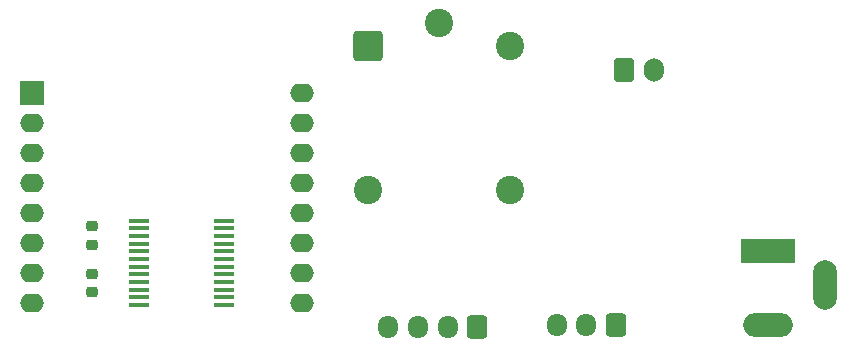
<source format=gbr>
%TF.GenerationSoftware,KiCad,Pcbnew,8.0.0-8.0.0-1~ubuntu22.04.1*%
%TF.CreationDate,2024-03-19T22:17:24+08:00*%
%TF.ProjectId,Water_Flowering_hardware,57617465-725f-4466-9c6f-776572696e67,rev?*%
%TF.SameCoordinates,Original*%
%TF.FileFunction,Soldermask,Bot*%
%TF.FilePolarity,Negative*%
%FSLAX46Y46*%
G04 Gerber Fmt 4.6, Leading zero omitted, Abs format (unit mm)*
G04 Created by KiCad (PCBNEW 8.0.0-8.0.0-1~ubuntu22.04.1) date 2024-03-19 22:17:24*
%MOMM*%
%LPD*%
G01*
G04 APERTURE LIST*
G04 Aperture macros list*
%AMRoundRect*
0 Rectangle with rounded corners*
0 $1 Rounding radius*
0 $2 $3 $4 $5 $6 $7 $8 $9 X,Y pos of 4 corners*
0 Add a 4 corners polygon primitive as box body*
4,1,4,$2,$3,$4,$5,$6,$7,$8,$9,$2,$3,0*
0 Add four circle primitives for the rounded corners*
1,1,$1+$1,$2,$3*
1,1,$1+$1,$4,$5*
1,1,$1+$1,$6,$7*
1,1,$1+$1,$8,$9*
0 Add four rect primitives between the rounded corners*
20,1,$1+$1,$2,$3,$4,$5,0*
20,1,$1+$1,$4,$5,$6,$7,0*
20,1,$1+$1,$6,$7,$8,$9,0*
20,1,$1+$1,$8,$9,$2,$3,0*%
G04 Aperture macros list end*
%ADD10R,4.600000X2.000000*%
%ADD11O,4.200000X2.000000*%
%ADD12O,2.000000X4.200000*%
%ADD13RoundRect,0.250000X0.600000X0.725000X-0.600000X0.725000X-0.600000X-0.725000X0.600000X-0.725000X0*%
%ADD14O,1.700000X1.950000*%
%ADD15R,2.000000X2.000000*%
%ADD16O,2.000000X1.600000*%
%ADD17RoundRect,0.250000X-0.600000X-0.750000X0.600000X-0.750000X0.600000X0.750000X-0.600000X0.750000X0*%
%ADD18O,1.700000X2.000000*%
%ADD19C,2.400000*%
%ADD20RoundRect,0.250000X-1.000000X-1.000000X1.000000X-1.000000X1.000000X1.000000X-1.000000X1.000000X0*%
%ADD21RoundRect,0.225000X0.250000X-0.225000X0.250000X0.225000X-0.250000X0.225000X-0.250000X-0.225000X0*%
%ADD22RoundRect,0.225000X-0.250000X0.225000X-0.250000X-0.225000X0.250000X-0.225000X0.250000X0.225000X0*%
%ADD23R,1.750000X0.450000*%
G04 APERTURE END LIST*
D10*
%TO.C,J4*%
X199670000Y-120470000D03*
D11*
X199670000Y-126770000D03*
D12*
X204470000Y-123370000D03*
%TD*%
D13*
%TO.C,J1*%
X186750000Y-126750000D03*
D14*
X184250000Y-126750000D03*
X181750000Y-126750000D03*
%TD*%
D15*
%TO.C,U2*%
X137340000Y-107100000D03*
D16*
X137340000Y-109640000D03*
X137340000Y-112180000D03*
X137340000Y-114720000D03*
X137340000Y-117260000D03*
X137340000Y-119800000D03*
X137340000Y-122340000D03*
X137340000Y-124880000D03*
X160200000Y-124880000D03*
X160200000Y-122340000D03*
X160200000Y-119800000D03*
X160200000Y-117260000D03*
X160200000Y-114720000D03*
X160200000Y-112180000D03*
X160200000Y-109640000D03*
X160200000Y-107100000D03*
%TD*%
D13*
%TO.C,J2*%
X175000000Y-126950000D03*
D14*
X172500000Y-126950000D03*
X170000000Y-126950000D03*
X167500000Y-126950000D03*
%TD*%
D17*
%TO.C,J3*%
X187450000Y-105192500D03*
D18*
X189950000Y-105192500D03*
%TD*%
D19*
%TO.C,K1*%
X171810000Y-101170000D03*
X177810000Y-115370000D03*
X165810000Y-115370000D03*
D20*
X165810000Y-103170000D03*
D19*
X177810000Y-103170000D03*
%TD*%
D21*
%TO.C,R4*%
X142400000Y-123975000D03*
X142400000Y-122425000D03*
%TD*%
D22*
%TO.C,C1*%
X142400000Y-118400000D03*
X142400000Y-119950000D03*
%TD*%
D23*
%TO.C,U1*%
X153600000Y-117925000D03*
X153600000Y-118575000D03*
X153600000Y-119225000D03*
X153600000Y-119875000D03*
X153600000Y-120525000D03*
X153600000Y-121175000D03*
X153600000Y-121825000D03*
X153600000Y-122475000D03*
X153600000Y-123125000D03*
X153600000Y-123775000D03*
X153600000Y-124425000D03*
X153600000Y-125075000D03*
X146400000Y-125075000D03*
X146400000Y-124425000D03*
X146400000Y-123775000D03*
X146400000Y-123125000D03*
X146400000Y-122475000D03*
X146400000Y-121825000D03*
X146400000Y-121175000D03*
X146400000Y-120525000D03*
X146400000Y-119875000D03*
X146400000Y-119225000D03*
X146400000Y-118575000D03*
X146400000Y-117925000D03*
%TD*%
M02*

</source>
